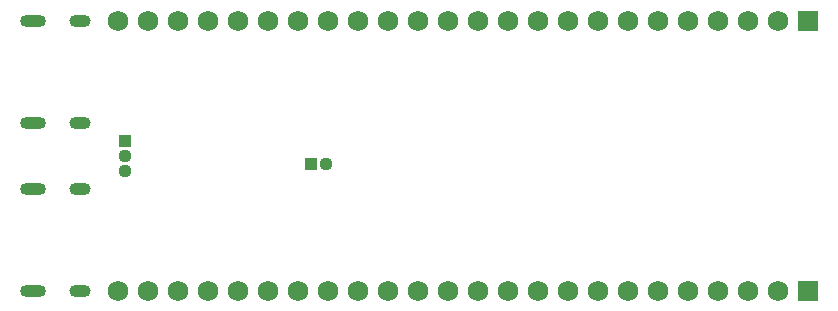
<source format=gbs>
G04*
G04 #@! TF.GenerationSoftware,Altium Limited,Altium Designer,25.8.1 (18)*
G04*
G04 Layer_Color=16711935*
%FSLAX44Y44*%
%MOMM*%
G71*
G04*
G04 #@! TF.SameCoordinates,F54E5B92-F0D5-4042-A45F-7CF7407C5741*
G04*
G04*
G04 #@! TF.FilePolarity,Negative*
G04*
G01*
G75*
%ADD52C,1.1176*%
%ADD53C,1.7272*%
%ADD54R,1.7272X1.7272*%
G04:AMPARAMS|DCode=55|XSize=1mm|YSize=2.2mm|CornerRadius=0.5mm|HoleSize=0mm|Usage=FLASHONLY|Rotation=270.000|XOffset=0mm|YOffset=0mm|HoleType=Round|Shape=RoundedRectangle|*
%AMROUNDEDRECTD55*
21,1,1.0000,1.2000,0,0,270.0*
21,1,0.0000,2.2000,0,0,270.0*
1,1,1.0000,-0.6000,0.0000*
1,1,1.0000,-0.6000,0.0000*
1,1,1.0000,0.6000,0.0000*
1,1,1.0000,0.6000,0.0000*
%
%ADD55ROUNDEDRECTD55*%
G04:AMPARAMS|DCode=56|XSize=1mm|YSize=1.8mm|CornerRadius=0.5mm|HoleSize=0mm|Usage=FLASHONLY|Rotation=270.000|XOffset=0mm|YOffset=0mm|HoleType=Round|Shape=RoundedRectangle|*
%AMROUNDEDRECTD56*
21,1,1.0000,0.8000,0,0,270.0*
21,1,0.0000,1.8000,0,0,270.0*
1,1,1.0000,-0.4000,0.0000*
1,1,1.0000,-0.4000,0.0000*
1,1,1.0000,0.4000,0.0000*
1,1,1.0000,0.4000,0.0000*
%
%ADD56ROUNDEDRECTD56*%
%ADD57R,1.1176X1.1176*%
%ADD58R,1.1176X1.1176*%
D52*
X265580Y119677D02*
D03*
X95250Y114300D02*
D03*
Y127000D02*
D03*
D53*
X647700Y241300D02*
D03*
X88900Y12700D02*
D03*
X114300Y241300D02*
D03*
X647700Y12700D02*
D03*
X622300Y241300D02*
D03*
X571500D02*
D03*
X139700D02*
D03*
X88900D02*
D03*
X546100D02*
D03*
X368300D02*
D03*
X469900D02*
D03*
X292100D02*
D03*
X215900D02*
D03*
X393700D02*
D03*
X317500D02*
D03*
X495300D02*
D03*
X419100D02*
D03*
X241300D02*
D03*
X596900D02*
D03*
X342900D02*
D03*
X165100D02*
D03*
X520700D02*
D03*
X266700D02*
D03*
X444500D02*
D03*
X190500D02*
D03*
X165100Y12700D02*
D03*
X190500D02*
D03*
X393700D02*
D03*
X114300D02*
D03*
X520700D02*
D03*
X495300D02*
D03*
X266700D02*
D03*
X419100D02*
D03*
X546100D02*
D03*
X342900D02*
D03*
X139700D02*
D03*
X571500D02*
D03*
X444500D02*
D03*
X292100D02*
D03*
X368300D02*
D03*
X215900D02*
D03*
X596900D02*
D03*
X317500D02*
D03*
X469900D02*
D03*
X241300D02*
D03*
X622300D02*
D03*
D54*
X673100D02*
D03*
Y241300D02*
D03*
D55*
X17150Y12700D02*
D03*
Y99100D02*
D03*
Y154900D02*
D03*
Y241300D02*
D03*
D56*
X57150Y12700D02*
D03*
Y99100D02*
D03*
Y154900D02*
D03*
Y241300D02*
D03*
D57*
X95250Y139700D02*
D03*
D58*
X252880Y119677D02*
D03*
M02*

</source>
